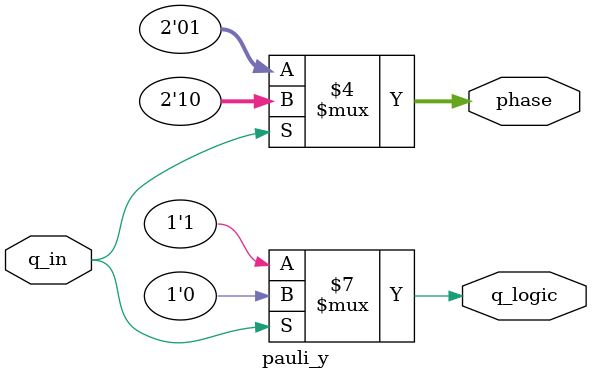
<source format=v>
module pauli_y(input wire q_in, output reg q_logic, output reg [1:0] phase);
    // phase: 00 = normal, 01 = +i, 10 = -i
    always @(*) begin
        if (q_in == 0) begin
            q_logic = 1; phase = 2'b01;  // +i phase
        end else begin
            q_logic = 0; phase = 2'b10;  // -i phase
        end
    end
endmodule

</source>
